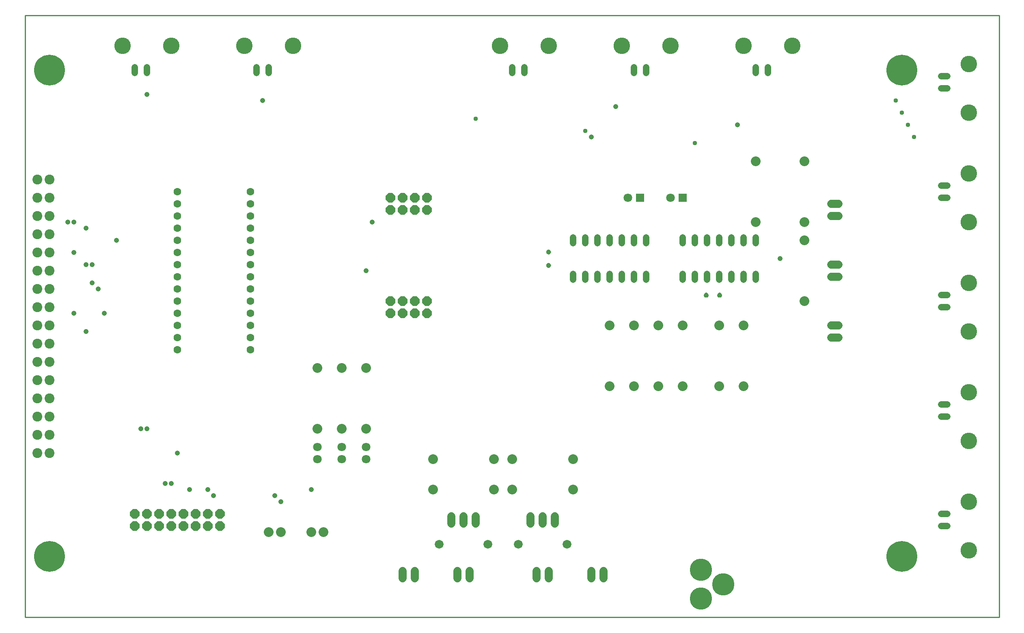
<source format=gts>
G04 EAGLE Gerber X2 export*
%TF.Part,Single*%
%TF.FileFunction,Other,Top Soldermask*%
%TF.FilePolarity,Positive*%
%TF.GenerationSoftware,Autodesk,EAGLE,9.0.1*%
%TF.CreationDate,2018-06-29T20:11:24Z*%
G75*
%MOMM*%
%FSLAX34Y34*%
%LPD*%
%AMOC8*
5,1,8,0,0,1.08239X$1,22.5*%
G01*
%ADD10C,4.648200*%
%ADD11C,2.057400*%
%ADD12C,1.358800*%
%ADD13C,3.452400*%
%ADD14C,1.600200*%
%ADD15P,2.199416X8X22.500000*%
%ADD16C,1.676400*%
%ADD17C,1.828800*%
%ADD18C,2.032000*%
%ADD19R,1.803400X1.803400*%
%ADD20C,1.803400*%
%ADD21C,1.371600*%
%ADD22C,6.438900*%
%ADD23C,1.066800*%
%ADD24C,0.958800*%
%ADD25C,0.254000*%

G36*
X1093211Y758391D02*
X1093211Y758391D01*
X1093260Y758405D01*
X1093350Y758421D01*
X1094306Y758737D01*
X1094351Y758761D01*
X1094435Y758797D01*
X1095296Y759318D01*
X1095334Y759351D01*
X1095409Y759404D01*
X1096133Y760104D01*
X1096162Y760145D01*
X1096223Y760214D01*
X1096773Y761057D01*
X1096793Y761103D01*
X1096837Y761184D01*
X1097185Y762128D01*
X1097194Y762178D01*
X1097219Y762266D01*
X1097349Y763264D01*
X1097347Y763307D01*
X1097348Y763433D01*
X1097209Y764444D01*
X1097193Y764492D01*
X1097174Y764582D01*
X1096812Y765537D01*
X1096786Y765580D01*
X1096748Y765664D01*
X1096183Y766514D01*
X1096148Y766551D01*
X1096091Y766623D01*
X1095352Y767327D01*
X1095309Y767355D01*
X1095238Y767413D01*
X1094360Y767934D01*
X1094313Y767952D01*
X1094231Y767993D01*
X1093259Y768306D01*
X1093209Y768313D01*
X1093120Y768334D01*
X1092102Y768423D01*
X1092052Y768418D01*
X1091961Y768419D01*
X1090997Y768288D01*
X1090949Y768272D01*
X1090860Y768253D01*
X1089949Y767911D01*
X1089906Y767885D01*
X1089823Y767846D01*
X1089011Y767309D01*
X1088975Y767274D01*
X1088902Y767218D01*
X1088230Y766514D01*
X1088203Y766472D01*
X1088144Y766401D01*
X1087646Y765566D01*
X1087628Y765518D01*
X1087588Y765436D01*
X1087288Y764511D01*
X1087281Y764460D01*
X1087259Y764371D01*
X1087173Y763402D01*
X1087177Y763355D01*
X1087174Y763280D01*
X1087276Y762304D01*
X1087290Y762256D01*
X1087306Y762166D01*
X1087622Y761237D01*
X1087647Y761193D01*
X1087683Y761108D01*
X1088197Y760273D01*
X1088231Y760236D01*
X1088285Y760161D01*
X1088973Y759462D01*
X1089014Y759432D01*
X1089083Y759372D01*
X1089910Y758843D01*
X1089956Y758824D01*
X1090037Y758780D01*
X1090960Y758448D01*
X1091010Y758440D01*
X1091099Y758415D01*
X1092073Y758297D01*
X1092123Y758300D01*
X1092209Y758296D01*
X1093211Y758391D01*
G37*
G36*
X1093211Y730400D02*
X1093211Y730400D01*
X1093260Y730414D01*
X1093350Y730430D01*
X1094306Y730746D01*
X1094351Y730770D01*
X1094435Y730806D01*
X1095296Y731327D01*
X1095334Y731360D01*
X1095409Y731413D01*
X1096133Y732113D01*
X1096162Y732154D01*
X1096223Y732223D01*
X1096773Y733066D01*
X1096793Y733112D01*
X1096837Y733193D01*
X1097185Y734137D01*
X1097194Y734187D01*
X1097219Y734275D01*
X1097349Y735273D01*
X1097347Y735316D01*
X1097348Y735442D01*
X1097209Y736453D01*
X1097193Y736501D01*
X1097174Y736591D01*
X1096812Y737546D01*
X1096786Y737589D01*
X1096748Y737673D01*
X1096183Y738523D01*
X1096148Y738560D01*
X1096091Y738632D01*
X1095352Y739336D01*
X1095309Y739364D01*
X1095238Y739422D01*
X1094360Y739943D01*
X1094313Y739961D01*
X1094231Y740002D01*
X1093259Y740315D01*
X1093209Y740322D01*
X1093120Y740343D01*
X1092102Y740432D01*
X1092052Y740427D01*
X1091961Y740428D01*
X1090997Y740297D01*
X1090949Y740281D01*
X1090860Y740262D01*
X1089949Y739920D01*
X1089906Y739894D01*
X1089823Y739855D01*
X1089011Y739318D01*
X1088975Y739283D01*
X1088902Y739227D01*
X1088230Y738523D01*
X1088203Y738481D01*
X1088144Y738410D01*
X1087646Y737575D01*
X1087628Y737527D01*
X1087588Y737445D01*
X1087288Y736520D01*
X1087281Y736469D01*
X1087259Y736380D01*
X1087173Y735411D01*
X1087177Y735364D01*
X1087174Y735289D01*
X1087276Y734313D01*
X1087290Y734265D01*
X1087306Y734175D01*
X1087622Y733246D01*
X1087647Y733202D01*
X1087683Y733117D01*
X1088197Y732282D01*
X1088231Y732245D01*
X1088285Y732170D01*
X1088973Y731471D01*
X1089014Y731441D01*
X1089083Y731381D01*
X1089910Y730852D01*
X1089956Y730833D01*
X1090037Y730789D01*
X1090960Y730457D01*
X1091010Y730449D01*
X1091099Y730424D01*
X1092073Y730306D01*
X1092123Y730309D01*
X1092209Y730305D01*
X1093211Y730400D01*
G37*
G36*
X1449036Y668077D02*
X1449036Y668077D01*
X1449111Y668074D01*
X1450087Y668176D01*
X1450135Y668190D01*
X1450225Y668206D01*
X1451154Y668522D01*
X1451198Y668547D01*
X1451283Y668583D01*
X1452118Y669097D01*
X1452155Y669131D01*
X1452230Y669185D01*
X1452930Y669873D01*
X1452959Y669914D01*
X1453019Y669983D01*
X1453548Y670810D01*
X1453567Y670856D01*
X1453611Y670937D01*
X1453943Y671860D01*
X1453951Y671910D01*
X1453976Y671999D01*
X1454094Y672973D01*
X1454091Y673023D01*
X1454095Y673109D01*
X1454000Y674111D01*
X1453986Y674160D01*
X1453970Y674250D01*
X1453654Y675206D01*
X1453630Y675251D01*
X1453595Y675335D01*
X1453073Y676196D01*
X1453040Y676234D01*
X1452987Y676309D01*
X1452287Y677033D01*
X1452246Y677062D01*
X1452177Y677123D01*
X1451334Y677673D01*
X1451288Y677693D01*
X1451207Y677737D01*
X1450263Y678085D01*
X1450213Y678094D01*
X1450125Y678119D01*
X1449127Y678249D01*
X1449084Y678247D01*
X1448958Y678248D01*
X1447947Y678109D01*
X1447899Y678093D01*
X1447809Y678074D01*
X1446854Y677712D01*
X1446811Y677686D01*
X1446727Y677648D01*
X1445877Y677083D01*
X1445840Y677048D01*
X1445768Y676991D01*
X1445064Y676252D01*
X1445036Y676209D01*
X1444978Y676138D01*
X1444457Y675260D01*
X1444439Y675213D01*
X1444398Y675131D01*
X1444085Y674159D01*
X1444078Y674109D01*
X1444057Y674020D01*
X1443968Y673002D01*
X1443973Y672952D01*
X1443972Y672861D01*
X1444103Y671897D01*
X1444119Y671849D01*
X1444138Y671760D01*
X1444480Y670849D01*
X1444506Y670806D01*
X1444545Y670723D01*
X1445082Y669911D01*
X1445117Y669875D01*
X1445173Y669802D01*
X1445877Y669130D01*
X1445919Y669103D01*
X1445990Y669044D01*
X1446826Y668546D01*
X1446873Y668528D01*
X1446955Y668488D01*
X1447881Y668188D01*
X1447931Y668181D01*
X1448020Y668159D01*
X1448989Y668073D01*
X1449036Y668077D01*
G37*
G36*
X1421045Y668077D02*
X1421045Y668077D01*
X1421120Y668074D01*
X1422096Y668176D01*
X1422144Y668190D01*
X1422234Y668206D01*
X1423163Y668522D01*
X1423207Y668547D01*
X1423292Y668583D01*
X1424127Y669097D01*
X1424164Y669131D01*
X1424239Y669185D01*
X1424939Y669873D01*
X1424968Y669914D01*
X1425028Y669983D01*
X1425557Y670810D01*
X1425576Y670856D01*
X1425620Y670937D01*
X1425952Y671860D01*
X1425960Y671910D01*
X1425985Y671999D01*
X1426103Y672973D01*
X1426100Y673023D01*
X1426104Y673109D01*
X1426009Y674111D01*
X1425995Y674160D01*
X1425979Y674250D01*
X1425663Y675206D01*
X1425639Y675251D01*
X1425604Y675335D01*
X1425082Y676196D01*
X1425049Y676234D01*
X1424996Y676309D01*
X1424296Y677033D01*
X1424255Y677062D01*
X1424186Y677123D01*
X1423343Y677673D01*
X1423297Y677693D01*
X1423216Y677737D01*
X1422272Y678085D01*
X1422222Y678094D01*
X1422134Y678119D01*
X1421136Y678249D01*
X1421093Y678247D01*
X1420967Y678248D01*
X1419956Y678109D01*
X1419908Y678093D01*
X1419818Y678074D01*
X1418863Y677712D01*
X1418820Y677686D01*
X1418736Y677648D01*
X1417886Y677083D01*
X1417849Y677048D01*
X1417777Y676991D01*
X1417073Y676252D01*
X1417045Y676209D01*
X1416987Y676138D01*
X1416466Y675260D01*
X1416448Y675213D01*
X1416407Y675131D01*
X1416094Y674159D01*
X1416087Y674109D01*
X1416066Y674020D01*
X1415977Y673002D01*
X1415982Y672952D01*
X1415981Y672861D01*
X1416112Y671897D01*
X1416128Y671849D01*
X1416147Y671760D01*
X1416489Y670849D01*
X1416515Y670806D01*
X1416554Y670723D01*
X1417091Y669911D01*
X1417126Y669875D01*
X1417182Y669802D01*
X1417886Y669130D01*
X1417928Y669103D01*
X1417999Y669044D01*
X1418835Y668546D01*
X1418882Y668528D01*
X1418964Y668488D01*
X1419890Y668188D01*
X1419940Y668181D01*
X1420029Y668159D01*
X1420998Y668073D01*
X1421045Y668077D01*
G37*
D10*
X1409700Y98900D03*
X1409700Y38900D03*
X1456700Y68900D03*
D11*
X50800Y914400D03*
X50800Y876300D03*
X50800Y838200D03*
X50800Y800100D03*
X50800Y762000D03*
X50800Y723900D03*
X50800Y685800D03*
X50800Y647700D03*
X50800Y609600D03*
X50800Y571500D03*
X50800Y533400D03*
X50800Y495300D03*
X50800Y457200D03*
X50800Y419100D03*
X50800Y381000D03*
X50800Y342900D03*
X25400Y914400D03*
X25400Y876300D03*
X25400Y838200D03*
X25400Y800100D03*
X25400Y762000D03*
X25400Y723900D03*
X25400Y685800D03*
X25400Y647700D03*
X25400Y609600D03*
X25400Y571500D03*
X25400Y533400D03*
X25400Y495300D03*
X25400Y457200D03*
X25400Y419100D03*
X25400Y381000D03*
X25400Y342900D03*
D12*
X228600Y1136968D02*
X228600Y1149032D01*
X254000Y1149032D02*
X254000Y1136968D01*
D13*
X203200Y1193800D03*
X304800Y1193800D03*
D12*
X1911668Y215900D02*
X1923732Y215900D01*
X1923732Y190500D02*
X1911668Y190500D01*
D13*
X1968500Y241300D03*
X1968500Y139700D03*
D14*
X469900Y558800D03*
X469900Y584200D03*
X469900Y609600D03*
X469900Y635000D03*
X469900Y660400D03*
X469900Y685800D03*
X469900Y711200D03*
X469900Y736600D03*
X469900Y762000D03*
X469900Y787400D03*
X469900Y812800D03*
X469900Y838200D03*
X469900Y863600D03*
X469900Y889000D03*
X317500Y889000D03*
X317500Y863600D03*
X317500Y838200D03*
X317500Y812800D03*
X317500Y787400D03*
X317500Y762000D03*
X317500Y736600D03*
X317500Y711200D03*
X317500Y685800D03*
X317500Y660400D03*
X317500Y635000D03*
X317500Y609600D03*
X317500Y584200D03*
X317500Y558800D03*
D12*
X482600Y1136968D02*
X482600Y1149032D01*
X508000Y1149032D02*
X508000Y1136968D01*
D13*
X457200Y1193800D03*
X558800Y1193800D03*
D12*
X1524000Y1149032D02*
X1524000Y1136968D01*
X1549400Y1136968D02*
X1549400Y1149032D01*
D13*
X1498600Y1193800D03*
X1600200Y1193800D03*
D12*
X1270000Y1149032D02*
X1270000Y1136968D01*
X1295400Y1136968D02*
X1295400Y1149032D01*
D13*
X1244600Y1193800D03*
X1346200Y1193800D03*
D12*
X1016000Y1149032D02*
X1016000Y1136968D01*
X1041400Y1136968D02*
X1041400Y1149032D01*
D13*
X990600Y1193800D03*
X1092200Y1193800D03*
D12*
X1911668Y1130300D02*
X1923732Y1130300D01*
X1923732Y1104900D02*
X1911668Y1104900D01*
D13*
X1968500Y1155700D03*
X1968500Y1054100D03*
D12*
X1923732Y901700D02*
X1911668Y901700D01*
X1911668Y876300D02*
X1923732Y876300D01*
D13*
X1968500Y927100D03*
X1968500Y825500D03*
D12*
X1923732Y673100D02*
X1911668Y673100D01*
X1911668Y647700D02*
X1923732Y647700D01*
D13*
X1968500Y698500D03*
X1968500Y596900D03*
D12*
X1923732Y444500D02*
X1911668Y444500D01*
X1911668Y419100D02*
X1923732Y419100D01*
D13*
X1968500Y469900D03*
X1968500Y368300D03*
D15*
X762000Y850900D03*
X762000Y876300D03*
X787400Y850900D03*
X787400Y876300D03*
X812800Y850900D03*
X812800Y876300D03*
X838200Y850900D03*
X838200Y876300D03*
X762000Y635000D03*
X762000Y660400D03*
X787400Y635000D03*
X787400Y660400D03*
X812800Y635000D03*
X812800Y660400D03*
X838200Y635000D03*
X838200Y660400D03*
D16*
X1681480Y711200D02*
X1696720Y711200D01*
X1696720Y736600D02*
X1681480Y736600D01*
X1681480Y838200D02*
X1696720Y838200D01*
X1696720Y863600D02*
X1681480Y863600D01*
X1681480Y584200D02*
X1696720Y584200D01*
X1696720Y609600D02*
X1681480Y609600D01*
X901700Y96520D02*
X901700Y81280D01*
X927100Y81280D02*
X927100Y96520D01*
X889000Y195580D02*
X889000Y210820D01*
X914400Y210820D02*
X914400Y195580D01*
X939800Y195580D02*
X939800Y210820D01*
D17*
X863600Y152400D03*
X965200Y152400D03*
D16*
X787400Y96520D02*
X787400Y81280D01*
X812800Y81280D02*
X812800Y96520D01*
D18*
X977900Y266700D03*
X850900Y266700D03*
D16*
X1066800Y96520D02*
X1066800Y81280D01*
X1092200Y81280D02*
X1092200Y96520D01*
X1054100Y195580D02*
X1054100Y210820D01*
X1079500Y210820D02*
X1079500Y195580D01*
X1104900Y195580D02*
X1104900Y210820D01*
D17*
X1028700Y152400D03*
X1130300Y152400D03*
D16*
X1181100Y96520D02*
X1181100Y81280D01*
X1206500Y81280D02*
X1206500Y96520D01*
D18*
X1143000Y266700D03*
X1016000Y266700D03*
D19*
X1371600Y876300D03*
D20*
X1346200Y876300D03*
D19*
X1282700Y876300D03*
D20*
X1257300Y876300D03*
D21*
X1371600Y717296D02*
X1371600Y705104D01*
X1397000Y705104D02*
X1397000Y717296D01*
X1524000Y717296D02*
X1524000Y705104D01*
X1524000Y781304D02*
X1524000Y793496D01*
X1422400Y717296D02*
X1422400Y705104D01*
X1447800Y705104D02*
X1447800Y717296D01*
X1498600Y717296D02*
X1498600Y705104D01*
X1473200Y705104D02*
X1473200Y717296D01*
X1498600Y781304D02*
X1498600Y793496D01*
X1473200Y793496D02*
X1473200Y781304D01*
X1447800Y781304D02*
X1447800Y793496D01*
X1422400Y793496D02*
X1422400Y781304D01*
X1397000Y781304D02*
X1397000Y793496D01*
X1371600Y793496D02*
X1371600Y781304D01*
X1143000Y717296D02*
X1143000Y705104D01*
X1168400Y705104D02*
X1168400Y717296D01*
X1295400Y717296D02*
X1295400Y705104D01*
X1295400Y781304D02*
X1295400Y793496D01*
X1193800Y717296D02*
X1193800Y705104D01*
X1219200Y705104D02*
X1219200Y717296D01*
X1270000Y717296D02*
X1270000Y705104D01*
X1244600Y705104D02*
X1244600Y717296D01*
X1270000Y781304D02*
X1270000Y793496D01*
X1244600Y793496D02*
X1244600Y781304D01*
X1219200Y781304D02*
X1219200Y793496D01*
X1193800Y793496D02*
X1193800Y781304D01*
X1168400Y781304D02*
X1168400Y793496D01*
X1143000Y793496D02*
X1143000Y781304D01*
D18*
X1447800Y482600D03*
X1447800Y609600D03*
X1320800Y482600D03*
X1320800Y609600D03*
X1219200Y482600D03*
X1219200Y609600D03*
X1371600Y482600D03*
X1371600Y609600D03*
X1270000Y482600D03*
X1270000Y609600D03*
X1498600Y482600D03*
X1498600Y609600D03*
X1625600Y787400D03*
X1625600Y660400D03*
X1625600Y952500D03*
X1625600Y825500D03*
D20*
X711200Y355600D03*
X711200Y330200D03*
X660400Y355600D03*
X660400Y330200D03*
X609600Y355600D03*
X609600Y330200D03*
D18*
X711200Y393700D03*
X711200Y520700D03*
X660400Y393700D03*
X660400Y520700D03*
X609600Y393700D03*
X609600Y520700D03*
X1524000Y952500D03*
X1524000Y825500D03*
D15*
X228600Y190500D03*
X228600Y215900D03*
X254000Y190500D03*
X254000Y215900D03*
X279400Y190500D03*
X279400Y215900D03*
X304800Y190500D03*
X304800Y215900D03*
X330200Y190500D03*
X330200Y215900D03*
X355600Y190500D03*
X355600Y215900D03*
X381000Y190500D03*
X381000Y215900D03*
X406400Y190500D03*
X406400Y215900D03*
D22*
X50800Y127000D03*
X50800Y1143000D03*
X1828800Y1143000D03*
X1828800Y127000D03*
D18*
X850900Y330200D03*
X977900Y330200D03*
X1016000Y330200D03*
X1143000Y330200D03*
X508000Y177800D03*
X533400Y177800D03*
X596900Y177800D03*
X622300Y177800D03*
D23*
X342900Y266700D03*
X127000Y812800D03*
X1231900Y1066800D03*
D24*
X1854200Y1003300D03*
D23*
X190500Y787400D03*
X1181100Y1003300D03*
X723900Y825500D03*
X711200Y723900D03*
D24*
X1841500Y1028700D03*
D23*
X304800Y279400D03*
X1485900Y1028700D03*
X241300Y393700D03*
X254000Y1092200D03*
X101600Y825500D03*
X533400Y241300D03*
X88900Y825500D03*
X101600Y762000D03*
X127000Y736600D03*
X254000Y393700D03*
X165100Y635000D03*
X127000Y596900D03*
X1574800Y749300D03*
D24*
X1828800Y1054100D03*
D23*
X139700Y736600D03*
D24*
X1816100Y1079500D03*
D23*
X495300Y1079500D03*
X152400Y685800D03*
X101600Y635000D03*
D24*
X939800Y1041400D03*
D23*
X317500Y342900D03*
X139700Y698500D03*
D24*
X1168400Y1016000D03*
D23*
X292100Y279400D03*
D24*
X1397000Y990600D03*
D23*
X520700Y254000D03*
X393192Y254000D03*
X596900Y266700D03*
X381000Y266700D03*
D25*
X0Y0D02*
X2032000Y0D01*
X2032000Y1257300D01*
X0Y1257300D01*
X0Y0D01*
M02*

</source>
